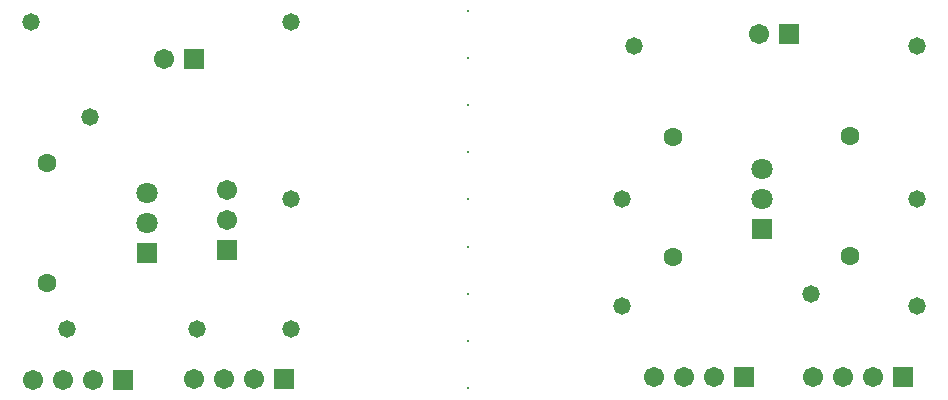
<source format=gts>
G04*
G04 #@! TF.GenerationSoftware,Altium Limited,Altium Designer,20.0.11 (256)*
G04*
G04 Layer_Color=8388736*
%FSLAX25Y25*%
%MOIN*%
G70*
G01*
G75*
%ADD12C,0.00800*%
%ADD13C,0.06706*%
%ADD14R,0.06706X0.06706*%
%ADD15R,0.06706X0.06706*%
%ADD16C,0.06312*%
%ADD17C,0.07099*%
%ADD18R,0.07099X0.07099*%
%ADD19C,0.05800*%
D12*
X185039Y11811D02*
D03*
Y27559D02*
D03*
Y43307D02*
D03*
Y59055D02*
D03*
Y74803D02*
D03*
Y90551D02*
D03*
Y106299D02*
D03*
Y122047D02*
D03*
Y137795D02*
D03*
D13*
X93500Y15000D02*
D03*
X103500D02*
D03*
X113500D02*
D03*
X299874Y15500D02*
D03*
X309874D02*
D03*
X319874D02*
D03*
X104500Y68000D02*
D03*
Y78000D02*
D03*
X281874Y130000D02*
D03*
X83500Y121500D02*
D03*
X246874Y15500D02*
D03*
X256874D02*
D03*
X266874D02*
D03*
X40000Y14500D02*
D03*
X50000D02*
D03*
X60000D02*
D03*
D14*
X123500Y15000D02*
D03*
X329874Y15500D02*
D03*
X291874Y130000D02*
D03*
X93500Y121500D02*
D03*
X276874Y15500D02*
D03*
X70000Y14500D02*
D03*
D15*
X104500Y58000D02*
D03*
D16*
X312374Y96000D02*
D03*
Y56000D02*
D03*
X253374Y95500D02*
D03*
Y55500D02*
D03*
X44500Y87000D02*
D03*
Y47000D02*
D03*
D17*
X282874Y85000D02*
D03*
Y75000D02*
D03*
X78000Y77000D02*
D03*
Y67000D02*
D03*
D18*
X282874Y65000D02*
D03*
X78000Y57000D02*
D03*
D19*
X299213Y43307D02*
D03*
X236221Y39370D02*
D03*
X334646D02*
D03*
X236221Y74803D02*
D03*
X240158Y125984D02*
D03*
X334646Y74803D02*
D03*
Y125984D02*
D03*
X59055Y102362D02*
D03*
X125984Y74803D02*
D03*
Y31496D02*
D03*
X94488D02*
D03*
X51181D02*
D03*
X125984Y133858D02*
D03*
X39370D02*
D03*
M02*

</source>
